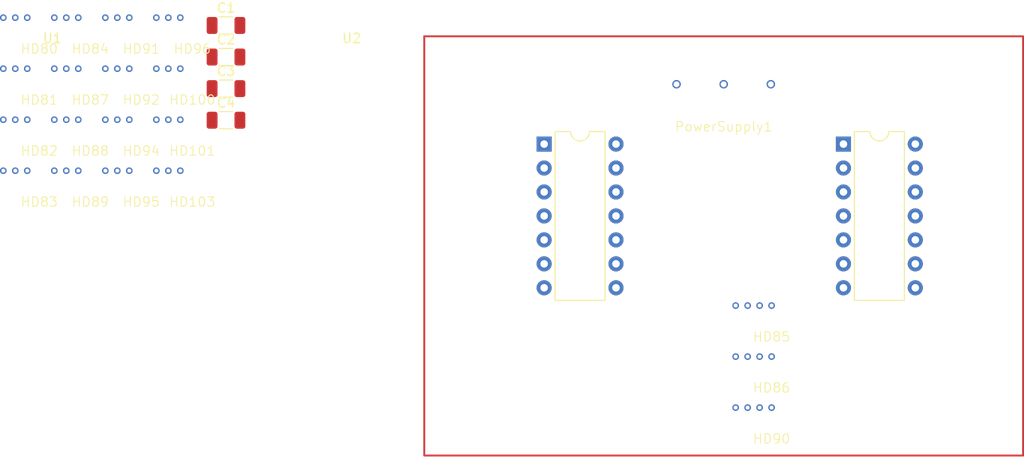
<source format=kicad_pcb>
(kicad_pcb (version 20221018) (generator pcbnew)
  (layers (0 "F.Cu" signal) (31 "B.Cu" signal) (34 "B.Paste" user) (35 "F.Paste" user) (36 "B.SilkS" user "B.Silkscreen") (37 "F.SilkS" user "F.Silkscreen") (38 "B.Mask" user) (39 "F.Mask" user) (44 "Edge.Cuts" user))
  (net 0 "")
  (net 1 "+10V")
  (net 2 "GND")
  (net 3 "-10V")
  (net 4 "Y2_1")
  (net 5 "Y1_1")
  (net 6 "SF_1")
  (net 7 "X2_1")
  (net 8 "X1_1")
  (net 9 "Z2_1")
  (net 10 "Z1_1")
  (net 11 "OUT_1")
  (net 12 "Y2_2")
  (net 13 "Y1_2")
  (net 14 "SF_2")
  (net 15 "X2_2")
  (net 16 "X1_2")
  (net 17 "Z2_2")
  (net 18 "Z1_2")
  (net 19 "OUT_2")
  (footprint "UNITELECTRONICS_NDRS:Header 1x04P1.27MM" (layer "F.Cu") (at 163.83 83.16)
    (fp_text reference "HD85" (at 0 -0.5 unlocked) (layer "F.SilkS") (effects (font (thickness 0.1))))
    (fp_text value "VCC-")
    (pad "1" thru_hole circle (at -3.81 -3.81) (size 0.7 0.7) (drill 0.4) (layers "*.Cu" "*.Mask") (net 3 "-10V"))
    (pad "2" thru_hole circle (at -2.54 -3.81) (size 0.7 0.7) (drill 0.4) (layers "*.Cu" "*.Mask") (net 3 "-10V"))
    (pad "3" thru_hole circle (at -1.27 -3.81) (size 0.7 0.7) (drill 0.4) (layers "*.Cu" "*.Mask") (net 3 "-10V"))
    (pad "4" thru_hole circle (at 0 -3.81) (size 0.7 0.7) (drill 0.4) (layers "*.Cu" "*.Mask") (net 3 "-10V"))
  )
  (footprint "UNITELECTRONICS_NDRS:Header 1x03P1.27MM" (layer "F.Cu") (at 86.17 68.86)
    (fp_text reference "HD83" (at 0 -0.5 unlocked) (layer "F.SilkS") (effects (font (thickness 0.1))))
    (fp_text value "X2")
    (pad "1" thru_hole circle (at -3.81 -3.81) (size 0.7 0.7) (drill 0.4) (layers "*.Cu" "*.Mask") (net 7 "X2_1"))
    (pad "2" thru_hole circle (at -2.54 -3.81) (size 0.7 0.7) (drill 0.4) (layers "*.Cu" "*.Mask") (net 7 "X2_1"))
    (pad "3" thru_hole circle (at -1.27 -3.81) (size 0.7 0.7) (drill 0.4) (layers "*.Cu" "*.Mask") (net 7 "X2_1"))
  )
  (footprint "Package_DIP:DIP-14_W7.62mm" (layer "F.Cu") (at 139.71 62.225)
    (fp_text reference "U1" (at -52.15 -11.22) (layer "F.SilkS"))
    (fp_text value "MPY634KP")
    (fp_line (start 1.16 -1.33) (end 1.16 16.57) (stroke (width 0.12)) (layer "F.SilkS"))
    (fp_line (start 1.16 16.57) (end 6.46 16.57) (stroke (width 0.12)) (layer "F.SilkS"))
    (fp_line (start 2.81 -1.33) (end 1.16 -1.33) (stroke (width 0.12)) (layer "F.SilkS"))
    (fp_line (start 6.46 -1.33) (end 4.81 -1.33) (stroke (width 0.12)) (layer "F.SilkS"))
    (fp_line (start 6.46 16.57) (end 6.46 -1.33) (stroke (width 0.12)) (layer "F.SilkS"))
    (fp_arc (start 4.81 -1.33) (mid 3.81 -0.33) (end 2.81 -1.33) (stroke (width 0.12)) (layer "F.SilkS"))
    (pad "1" thru_hole rect (at 0 0) (size 1.6 1.6) (drill 0.8) (layers "*.Cu" "*.Mask") (net 8 "X1_1"))
    (pad "2" thru_hole oval (at 0 2.54) (size 1.6 1.6) (drill 0.8) (layers "*.Cu" "*.Mask") (net 7 "X2_1"))
    (pad "3" thru_hole oval (at 0 5.08) (size 1.6 1.6) (drill 0.8) (layers "*.Cu" "*.Mask"))
    (pad "4" thru_hole oval (at 0 7.62) (size 1.6 1.6) (drill 0.8) (layers "*.Cu" "*.Mask") (net 6 "SF_1"))
    (pad "5" thru_hole oval (at 0 10.16) (size 1.6 1.6) (drill 0.8) (layers "*.Cu" "*.Mask"))
    (pad "6" thru_hole oval (at 0 12.7) (size 1.6 1.6) (drill 0.8) (layers "*.Cu" "*.Mask") (net 5 "Y1_1"))
    (pad "7" thru_hole oval (at 0 15.24) (size 1.6 1.6) (drill 0.8) (layers "*.Cu" "*.Mask") (net 4 "Y2_1"))
    (pad "8" thru_hole oval (at 7.62 15.24) (size 1.6 1.6) (drill 0.8) (layers "*.Cu" "*.Mask") (net 3 "-10V"))
    (pad "9" thru_hole oval (at 7.62 12.7) (size 1.6 1.6) (drill 0.8) (layers "*.Cu" "*.Mask"))
    (pad "10" thru_hole oval (at 7.62 10.16) (size 1.6 1.6) (drill 0.8) (layers "*.Cu" "*.Mask") (net 9 "Z2_1"))
    (pad "11" thru_hole oval (at 7.62 7.62) (size 1.6 1.6) (drill 0.8) (layers "*.Cu" "*.Mask") (net 10 "Z1_1"))
    (pad "12" thru_hole oval (at 7.62 5.08) (size 1.6 1.6) (drill 0.8) (layers "*.Cu" "*.Mask") (net 11 "OUT_1"))
    (pad "13" thru_hole oval (at 7.62 2.54) (size 1.6 1.6) (drill 0.8) (layers "*.Cu" "*.Mask"))
    (pad "14" thru_hole oval (at 7.62 0) (size 1.6 1.6) (drill 0.8) (layers "*.Cu" "*.Mask") (net 1 "+10V"))
  )
  (footprint "Package_DIP:DIP-14_W7.62mm" (layer "F.Cu") (at 171.45 62.225)
    (fp_text reference "U2" (at -52.15 -11.22) (layer "F.SilkS"))
    (fp_text value "MPY634KP")
    (fp_line (start 1.16 -1.33) (end 1.16 16.57) (stroke (width 0.12)) (layer "F.SilkS"))
    (fp_line (start 1.16 16.57) (end 6.46 16.57) (stroke (width 0.12)) (layer "F.SilkS"))
    (fp_line (start 2.81 -1.33) (end 1.16 -1.33) (stroke (width 0.12)) (layer "F.SilkS"))
    (fp_line (start 6.46 -1.33) (end 4.81 -1.33) (stroke (width 0.12)) (layer "F.SilkS"))
    (fp_line (start 6.46 16.57) (end 6.46 -1.33) (stroke (width 0.12)) (layer "F.SilkS"))
    (fp_arc (start 4.81 -1.33) (mid 3.81 -0.33) (end 2.81 -1.33) (stroke (width 0.12)) (layer "F.SilkS"))
    (pad "1" thru_hole rect (at 0 0) (size 1.6 1.6) (drill 0.8) (layers "*.Cu" "*.Mask") (net 16 "X1_2"))
    (pad "2" thru_hole oval (at 0 2.54) (size 1.6 1.6) (drill 0.8) (layers "*.Cu" "*.Mask") (net 15 "X2_2"))
    (pad "3" thru_hole oval (at 0 5.08) (size 1.6 1.6) (drill 0.8) (layers "*.Cu" "*.Mask"))
    (pad "4" thru_hole oval (at 0 7.62) (size 1.6 1.6) (drill 0.8) (layers "*.Cu" "*.Mask") (net 14 "SF_2"))
    (pad "5" thru_hole oval (at 0 10.16) (size 1.6 1.6) (drill 0.8) (layers "*.Cu" "*.Mask"))
    (pad "6" thru_hole oval (at 0 12.7) (size 1.6 1.6) (drill 0.8) (layers "*.Cu" "*.Mask") (net 13 "Y1_2"))
    (pad "7" thru_hole oval (at 0 15.24) (size 1.6 1.6) (drill 0.8) (layers "*.Cu" "*.Mask") (net 12 "Y2_2"))
    (pad "8" thru_hole oval (at 7.62 15.24) (size 1.6 1.6) (drill 0.8) (layers "*.Cu" "*.Mask") (net 3 "-10V"))
    (pad "9" thru_hole oval (at 7.62 12.7) (size 1.6 1.6) (drill 0.8) (layers "*.Cu" "*.Mask"))
    (pad "10" thru_hole oval (at 7.62 10.16) (size 1.6 1.6) (drill 0.8) (layers "*.Cu" "*.Mask") (net 17 "Z2_2"))
    (pad "11" thru_hole oval (at 7.62 7.62) (size 1.6 1.6) (drill 0.8) (layers "*.Cu" "*.Mask") (net 18 "Z1_2"))
    (pad "12" thru_hole oval (at 7.62 5.08) (size 1.6 1.6) (drill 0.8) (layers "*.Cu" "*.Mask") (net 19 "OUT_2"))
    (pad "13" thru_hole oval (at 7.62 2.54) (size 1.6 1.6) (drill 0.8) (layers "*.Cu" "*.Mask"))
    (pad "14" thru_hole oval (at 7.62 0) (size 1.6 1.6) (drill 0.8) (layers "*.Cu" "*.Mask") (net 1 "+10V"))
  )
  (footprint "Capacitor_SMD:C_1206_3216Metric" (layer "F.Cu") (at 105.975 49.645)
    (fp_text reference "C1" (at 0 -1.85) (layer "F.SilkS"))
    (fp_text value "100nF")
    (fp_line (start -0.711252 -0.91) (end 0.711252 -0.91) (stroke (width 0.12)) (layer "F.SilkS"))
    (fp_line (start -0.711252 0.91) (end 0.711252 0.91) (stroke (width 0.12)) (layer "F.SilkS"))
    (pad "1" smd roundrect (at -1.475 0) (size 1.15 1.8) (layers "F.Cu" "F.Paste" "F.Mask") (roundrect_rratio 0.217391) (net 1 "+10V"))
    (pad "2" smd roundrect (at 1.475 0) (size 1.15 1.8) (layers "F.Cu" "F.Paste" "F.Mask") (roundrect_rratio 0.217391) (net 2 "GND"))
  )
  (footprint "Capacitor_SMD:C_1206_3216Metric" (layer "F.Cu") (at 105.975 52.995)
    (fp_text reference "C2" (at 0 -1.85) (layer "F.SilkS"))
    (fp_text value "100nF")
    (fp_line (start -0.711252 -0.91) (end 0.711252 -0.91) (stroke (width 0.12)) (layer "F.SilkS"))
    (fp_line (start -0.711252 0.91) (end 0.711252 0.91) (stroke (width 0.12)) (layer "F.SilkS"))
    (pad "1" smd roundrect (at -1.475 0) (size 1.15 1.8) (layers "F.Cu" "F.Paste" "F.Mask") (roundrect_rratio 0.217391) (net 3 "-10V"))
    (pad "2" smd roundrect (at 1.475 0) (size 1.15 1.8) (layers "F.Cu" "F.Paste" "F.Mask") (roundrect_rratio 0.217391) (net 2 "GND"))
  )
  (footprint "UNITELECTRONICS_NDRS:Header 1x03P1.27MM" (layer "F.Cu") (at 102.4 52.63)
    (fp_text reference "HD96" (at 0 -0.5 unlocked) (layer "F.SilkS") (effects (font (thickness 0.1))))
    (fp_text value "X1")
    (pad "1" thru_hole circle (at -3.81 -3.81) (size 0.7 0.7) (drill 0.4) (layers "*.Cu" "*.Mask") (net 16 "X1_2"))
    (pad "2" thru_hole circle (at -2.54 -3.81) (size 0.7 0.7) (drill 0.4) (layers "*.Cu" "*.Mask") (net 16 "X1_2"))
    (pad "3" thru_hole circle (at -1.27 -3.81) (size 0.7 0.7) (drill 0.4) (layers "*.Cu" "*.Mask") (net 16 "X1_2"))
  )
  (footprint "Capacitor_SMD:C_1206_3216Metric" (layer "F.Cu") (at 105.975 56.345)
    (fp_text reference "C3" (at 0 -1.85) (layer "F.SilkS"))
    (fp_text value "100nF")
    (fp_line (start -0.711252 -0.91) (end 0.711252 -0.91) (stroke (width 0.12)) (layer "F.SilkS"))
    (fp_line (start -0.711252 0.91) (end 0.711252 0.91) (stroke (width 0.12)) (layer "F.SilkS"))
    (pad "1" smd roundrect (at -1.475 0) (size 1.15 1.8) (layers "F.Cu" "F.Paste" "F.Mask") (roundrect_rratio 0.217391) (net 1 "+10V"))
    (pad "2" smd roundrect (at 1.475 0) (size 1.15 1.8) (layers "F.Cu" "F.Paste" "F.Mask") (roundrect_rratio 0.217391) (net 2 "GND"))
  )
  (footprint "UNITELECTRONICS_NDRS:Header 1x03P1.27MM" (layer "F.Cu") (at 96.99 63.45)
    (fp_text reference "HD94" (at 0 -0.5 unlocked) (layer "F.SilkS") (effects (font (thickness 0.1))))
    (fp_text value "SF")
    (pad "1" thru_hole circle (at -3.81 -3.81) (size 0.7 0.7) (drill 0.4) (layers "*.Cu" "*.Mask") (net 14 "SF_2"))
    (pad "2" thru_hole circle (at -2.54 -3.81) (size 0.7 0.7) (drill 0.4) (layers "*.Cu" "*.Mask") (net 14 "SF_2"))
    (pad "3" thru_hole circle (at -1.27 -3.81) (size 0.7 0.7) (drill 0.4) (layers "*.Cu" "*.Mask") (net 14 "SF_2"))
  )
  (footprint "UNITELECTRONICS_NDRS:Header 1x03P1.27MM" (layer "F.Cu") (at 91.58 68.86)
    (fp_text reference "HD89" (at 0 -0.5 unlocked) (layer "F.SilkS") (effects (font (thickness 0.1))))
    (fp_text value "OUT")
    (pad "1" thru_hole circle (at -3.81 -3.81) (size 0.7 0.7) (drill 0.4) (layers "*.Cu" "*.Mask") (net 11 "OUT_1"))
    (pad "2" thru_hole circle (at -2.54 -3.81) (size 0.7 0.7) (drill 0.4) (layers "*.Cu" "*.Mask") (net 11 "OUT_1"))
    (pad "3" thru_hole circle (at -1.27 -3.81) (size 0.7 0.7) (drill 0.4) (layers "*.Cu" "*.Mask") (net 11 "OUT_1"))
  )
  (footprint "UNITELECTRONICS_NDRS:Header 1x03P1.27MM" (layer "F.Cu") (at 102.4 58.04)
    (fp_text reference "HD100" (at 0 -0.5 unlocked) (layer "F.SilkS") (effects (font (thickness 0.1))))
    (fp_text value "Z2")
    (pad "1" thru_hole circle (at -3.81 -3.81) (size 0.7 0.7) (drill 0.4) (layers "*.Cu" "*.Mask") (net 17 "Z2_2"))
    (pad "2" thru_hole circle (at -2.54 -3.81) (size 0.7 0.7) (drill 0.4) (layers "*.Cu" "*.Mask") (net 17 "Z2_2"))
    (pad "3" thru_hole circle (at -1.27 -3.81) (size 0.7 0.7) (drill 0.4) (layers "*.Cu" "*.Mask") (net 17 "Z2_2"))
  )
  (footprint "UNITELECTRONICS_NDRS:Header 1x03P1.27MM" (layer "F.Cu") (at 96.99 52.63)
    (fp_text reference "HD91" (at 0 -0.5 unlocked) (layer "F.SilkS") (effects (font (thickness 0.1))))
    (fp_text value "Y2")
    (pad "1" thru_hole circle (at -3.81 -3.81) (size 0.7 0.7) (drill 0.4) (layers "*.Cu" "*.Mask") (net 12 "Y2_2"))
    (pad "2" thru_hole circle (at -2.54 -3.81) (size 0.7 0.7) (drill 0.4) (layers "*.Cu" "*.Mask") (net 12 "Y2_2"))
    (pad "3" thru_hole circle (at -1.27 -3.81) (size 0.7 0.7) (drill 0.4) (layers "*.Cu" "*.Mask") (net 12 "Y2_2"))
  )
  (footprint "UNITELECTRONICS_NDRS:Header 1x03P1.27MM" (layer "F.Cu") (at 86.17 63.45)
    (fp_text reference "HD82" (at 0 -0.5 unlocked) (layer "F.SilkS") (effects (font (thickness 0.1))))
    (fp_text value "SF")
    (pad "1" thru_hole circle (at -3.81 -3.81) (size 0.7 0.7) (drill 0.4) (layers "*.Cu" "*.Mask") (net 6 "SF_1"))
    (pad "2" thru_hole circle (at -2.54 -3.81) (size 0.7 0.7) (drill 0.4) (layers "*.Cu" "*.Mask") (net 6 "SF_1"))
    (pad "3" thru_hole circle (at -1.27 -3.81) (size 0.7 0.7) (drill 0.4) (layers "*.Cu" "*.Mask") (net 6 "SF_1"))
  )
  (footprint "UNITELECTRONICS_NDRS:Header 1x04P1.27MM" (layer "F.Cu") (at 163.83 93.98)
    (fp_text reference "HD90" (at 0 -0.5 unlocked) (layer "F.SilkS") (effects (font (thickness 0.1))))
    (fp_text value "VCC+")
    (pad "1" thru_hole circle (at -3.81 -3.81) (size 0.7 0.7) (drill 0.4) (layers "*.Cu" "*.Mask") (net 1 "+10V"))
    (pad "2" thru_hole circle (at -2.54 -3.81) (size 0.7 0.7) (drill 0.4) (layers "*.Cu" "*.Mask") (net 1 "+10V"))
    (pad "3" thru_hole circle (at -1.27 -3.81) (size 0.7 0.7) (drill 0.4) (layers "*.Cu" "*.Mask") (net 1 "+10V"))
    (pad "4" thru_hole circle (at 0 -3.81) (size 0.7 0.7) (drill 0.4) (layers "*.Cu" "*.Mask") (net 1 "+10V"))
  )
  (footprint "UNITELECTRONICS_NDRS:Header 1x03P1.27MM" (layer "F.Cu") (at 102.4 63.45)
    (fp_text reference "HD101" (at 0 -0.5 unlocked) (layer "F.SilkS") (effects (font (thickness 0.1))))
    (fp_text value "Z1")
    (pad "1" thru_hole circle (at -3.81 -3.81) (size 0.7 0.7) (drill 0.4) (layers "*.Cu" "*.Mask") (net 18 "Z1_2"))
    (pad "2" thru_hole circle (at -2.54 -3.81) (size 0.7 0.7) (drill 0.4) (layers "*.Cu" "*.Mask") (net 18 "Z1_2"))
    (pad "3" thru_hole circle (at -1.27 -3.81) (size 0.7 0.7) (drill 0.4) (layers "*.Cu" "*.Mask") (net 18 "Z1_2"))
  )
  (footprint "UNITELECTRONICS_NDRS:Header 1x04P1.27MM" (layer "F.Cu") (at 163.83 88.57)
    (fp_text reference "HD86" (at 0 -0.5 unlocked) (layer "F.SilkS") (effects (font (thickness 0.1))))
    (fp_text value "GND")
    (pad "1" thru_hole circle (at -3.81 -3.81) (size 0.7 0.7) (drill 0.4) (layers "*.Cu" "*.Mask") (net 2 "GND"))
    (pad "2" thru_hole circle (at -2.54 -3.81) (size 0.7 0.7) (drill 0.4) (layers "*.Cu" "*.Mask") (net 2 "GND"))
    (pad "3" thru_hole circle (at -1.27 -3.81) (size 0.7 0.7) (drill 0.4) (layers "*.Cu" "*.Mask") (net 2 "GND"))
    (pad "4" thru_hole circle (at 0 -3.81) (size 0.7 0.7) (drill 0.4) (layers "*.Cu" "*.Mask") (net 2 "GND"))
  )
  (footprint "UNITELECTRONICS_NDRS:Header 1x03P1.27MM" (layer "F.Cu") (at 86.17 52.63)
    (fp_text reference "HD80" (at 0 -0.5 unlocked) (layer "F.SilkS") (effects (font (thickness 0.1))))
    (fp_text value "Y2")
    (pad "1" thru_hole circle (at -3.81 -3.81) (size 0.7 0.7) (drill 0.4) (layers "*.Cu" "*.Mask") (net 4 "Y2_1"))
    (pad "2" thru_hole circle (at -2.54 -3.81) (size 0.7 0.7) (drill 0.4) (layers "*.Cu" "*.Mask") (net 4 "Y2_1"))
    (pad "3" thru_hole circle (at -1.27 -3.81) (size 0.7 0.7) (drill 0.4) (layers "*.Cu" "*.Mask") (net 4 "Y2_1"))
  )
  (footprint "UNITELECTRONICS_NDRS:KF301 _3_P5MM" (layer "F.Cu") (at 158.75 60.88)
    (fp_text reference "PowerSupply1" (at 0 -0.5 unlocked) (layer "F.SilkS") (effects (font (thickness 0.1))))
    (fp_text value "Conn_01x03_Pin")
    (pad "1" thru_hole circle (at -5 -5) (size 0.9 0.9) (drill 0.6) (layers "*.Cu" "*.Mask" "Dwgs.User") (net 1 "+10V"))
    (pad "2" thru_hole circle (at 0 -5) (size 0.9 0.9) (drill 0.6) (layers "*.Cu" "*.Mask" "Dwgs.User") (net 2 "GND"))
    (pad "3" thru_hole circle (at 5 -5) (size 0.9 0.9) (drill 0.6) (layers "*.Cu" "*.Mask" "Dwgs.User") (net 3 "-10V"))
  )
  (footprint "UNITELECTRONICS_NDRS:Header 1x03P1.27MM" (layer "F.Cu") (at 86.17 58.04)
    (fp_text reference "HD81" (at 0 -0.5 unlocked) (layer "F.SilkS") (effects (font (thickness 0.1))))
    (fp_text value "Y1")
    (pad "1" thru_hole circle (at -3.81 -3.81) (size 0.7 0.7) (drill 0.4) (layers "*.Cu" "*.Mask") (net 5 "Y1_1"))
    (pad "2" thru_hole circle (at -2.54 -3.81) (size 0.7 0.7) (drill 0.4) (layers "*.Cu" "*.Mask") (net 5 "Y1_1"))
    (pad "3" thru_hole circle (at -1.27 -3.81) (size 0.7 0.7) (drill 0.4) (layers "*.Cu" "*.Mask") (net 5 "Y1_1"))
  )
  (footprint "Capacitor_SMD:C_1206_3216Metric" (layer "F.Cu") (at 105.975 59.695)
    (fp_text reference "C4" (at 0 -1.85) (layer "F.SilkS"))
    (fp_text value "100nF")
    (fp_line (start -0.711252 -0.91) (end 0.711252 -0.91) (stroke (width 0.12)) (layer "F.SilkS"))
    (fp_line (start -0.711252 0.91) (end 0.711252 0.91) (stroke (width 0.12)) (layer "F.SilkS"))
    (pad "1" smd roundrect (at -1.475 0) (size 1.15 1.8) (layers "F.Cu" "F.Paste" "F.Mask") (roundrect_rratio 0.217391) (net 3 "-10V"))
    (pad "2" smd roundrect (at 1.475 0) (size 1.15 1.8) (layers "F.Cu" "F.Paste" "F.Mask") (roundrect_rratio 0.217391) (net 2 "GND"))
  )
  (footprint "UNITELECTRONICS_NDRS:Header 1x03P1.27MM" (layer "F.Cu") (at 102.4 68.86)
    (fp_text reference "HD103" (at 0 -0.5 unlocked) (layer "F.SilkS") (effects (font (thickness 0.1))))
    (fp_text value "OUT")
    (pad "1" thru_hole circle (at -3.81 -3.81) (size 0.7 0.7) (drill 0.4) (layers "*.Cu" "*.Mask") (net 19 "OUT_2"))
    (pad "2" thru_hole circle (at -2.54 -3.81) (size 0.7 0.7) (drill 0.4) (layers "*.Cu" "*.Mask") (net 19 "OUT_2"))
    (pad "3" thru_hole circle (at -1.27 -3.81) (size 0.7 0.7) (drill 0.4) (layers "*.Cu" "*.Mask") (net 19 "OUT_2"))
  )
  (footprint "UNITELECTRONICS_NDRS:Header 1x03P1.27MM" (layer "F.Cu") (at 91.58 63.45)
    (fp_text reference "HD88" (at 0 -0.5 unlocked) (layer "F.SilkS") (effects (font (thickness 0.1))))
    (fp_text value "Z1")
    (pad "1" thru_hole circle (at -3.81 -3.81) (size 0.7 0.7) (drill 0.4) (layers "*.Cu" "*.Mask") (net 10 "Z1_1"))
    (pad "2" thru_hole circle (at -2.54 -3.81) (size 0.7 0.7) (drill 0.4) (layers "*.Cu" "*.Mask") (net 10 "Z1_1"))
    (pad "3" thru_hole circle (at -1.27 -3.81) (size 0.7 0.7) (drill 0.4) (layers "*.Cu" "*.Mask") (net 10 "Z1_1"))
  )
  (footprint "UNITELECTRONICS_NDRS:Header 1x03P1.27MM" (layer "F.Cu") (at 96.99 58.04)
    (fp_text reference "HD92" (at 0 -0.5 unlocked) (layer "F.SilkS") (effects (font (thickness 0.1))))
    (fp_text value "Y1")
    (pad "1" thru_hole circle (at -3.81 -3.81) (size 0.7 0.7) (drill 0.4) (layers "*.Cu" "*.Mask") (net 13 "Y1_2"))
    (pad "2" thru_hole circle (at -2.54 -3.81) (size 0.7 0.7) (drill 0.4) (layers "*.Cu" "*.Mask") (net 13 "Y1_2"))
    (pad "3" thru_hole circle (at -1.27 -3.81) (size 0.7 0.7) (drill 0.4) (layers "*.Cu" "*.Mask") (net 13 "Y1_2"))
  )
  (footprint "UNITELECTRONICS_NDRS:Header 1x03P1.27MM" (layer "F.Cu") (at 96.99 68.86)
    (fp_text reference "HD95" (at 0 -0.5 unlocked) (layer "F.SilkS") (effects (font (thickness 0.1))))
    (fp_text value "X2")
    (pad "1" thru_hole circle (at -3.81 -3.81) (size 0.7 0.7) (drill 0.4) (layers "*.Cu" "*.Mask") (net 15 "X2_2"))
    (pad "2" thru_hole circle (at -2.54 -3.81) (size 0.7 0.7) (drill 0.4) (layers "*.Cu" "*.Mask") (net 15 "X2_2"))
    (pad "3" thru_hole circle (at -1.27 -3.81) (size 0.7 0.7) (drill 0.4) (layers "*.Cu" "*.Mask") (net 15 "X2_2"))
  )
  (footprint "UNITELECTRONICS_NDRS:Header 1x03P1.27MM" (layer "F.Cu") (at 91.58 52.63)
    (fp_text reference "HD84" (at 0 -0.5 unlocked) (layer "F.SilkS") (effects (font (thickness 0.1))))
    (fp_text value "X1")
    (pad "1" thru_hole circle (at -3.81 -3.81) (size 0.7 0.7) (drill 0.4) (layers "*.Cu" "*.Mask") (net 8 "X1_1"))
    (pad "2" thru_hole circle (at -2.54 -3.81) (size 0.7 0.7) (drill 0.4) (layers "*.Cu" "*.Mask") (net 8 "X1_1"))
    (pad "3" thru_hole circle (at -1.27 -3.81) (size 0.7 0.7) (drill 0.4) (layers "*.Cu" "*.Mask") (net 8 "X1_1"))
  )
  (footprint "UNITELECTRONICS_NDRS:Header 1x03P1.27MM" (layer "F.Cu") (at 91.58 58.04)
    (fp_text reference "HD87" (at 0 -0.5 unlocked) (layer "F.SilkS") (effects (font (thickness 0.1))))
    (fp_text value "Z2")
    (pad "1" thru_hole circle (at -3.81 -3.81) (size 0.7 0.7) (drill 0.4) (layers "*.Cu" "*.Mask") (net 9 "Z2_1"))
    (pad "2" thru_hole circle (at -2.54 -3.81) (size 0.7 0.7) (drill 0.4) (layers "*.Cu" "*.Mask") (net 9 "Z2_1"))
    (pad "3" thru_hole circle (at -1.27 -3.81) (size 0.7 0.7) (drill 0.4) (layers "*.Cu" "*.Mask") (net 9 "Z2_1"))
  )
  (gr_rect (start 127 50.8) (end 190.5 95.25) (stroke (width 0.2)) (fill none) (layer "F.Cu"))
)
</source>
